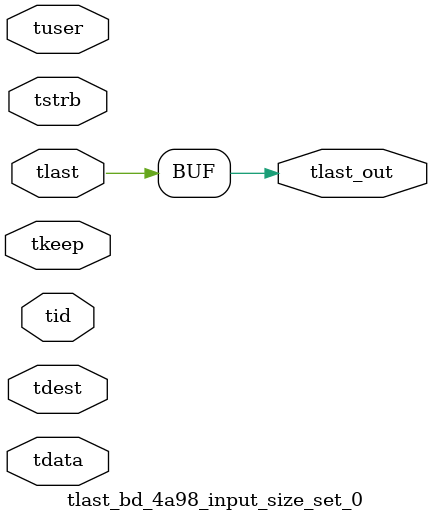
<source format=v>


`timescale 1ps/1ps

module tlast_bd_4a98_input_size_set_0 #
(
parameter C_S_AXIS_TID_WIDTH   = 1,
parameter C_S_AXIS_TUSER_WIDTH = 0,
parameter C_S_AXIS_TDATA_WIDTH = 0,
parameter C_S_AXIS_TDEST_WIDTH = 0
)
(
input  [(C_S_AXIS_TID_WIDTH   == 0 ? 1 : C_S_AXIS_TID_WIDTH)-1:0       ] tid,
input  [(C_S_AXIS_TDATA_WIDTH == 0 ? 1 : C_S_AXIS_TDATA_WIDTH)-1:0     ] tdata,
input  [(C_S_AXIS_TUSER_WIDTH == 0 ? 1 : C_S_AXIS_TUSER_WIDTH)-1:0     ] tuser,
input  [(C_S_AXIS_TDEST_WIDTH == 0 ? 1 : C_S_AXIS_TDEST_WIDTH)-1:0     ] tdest,
input  [(C_S_AXIS_TDATA_WIDTH/8)-1:0 ] tkeep,
input  [(C_S_AXIS_TDATA_WIDTH/8)-1:0 ] tstrb,
input  [0:0]                                                             tlast,
output                                                                   tlast_out
);

assign tlast_out = {tlast};

endmodule


</source>
